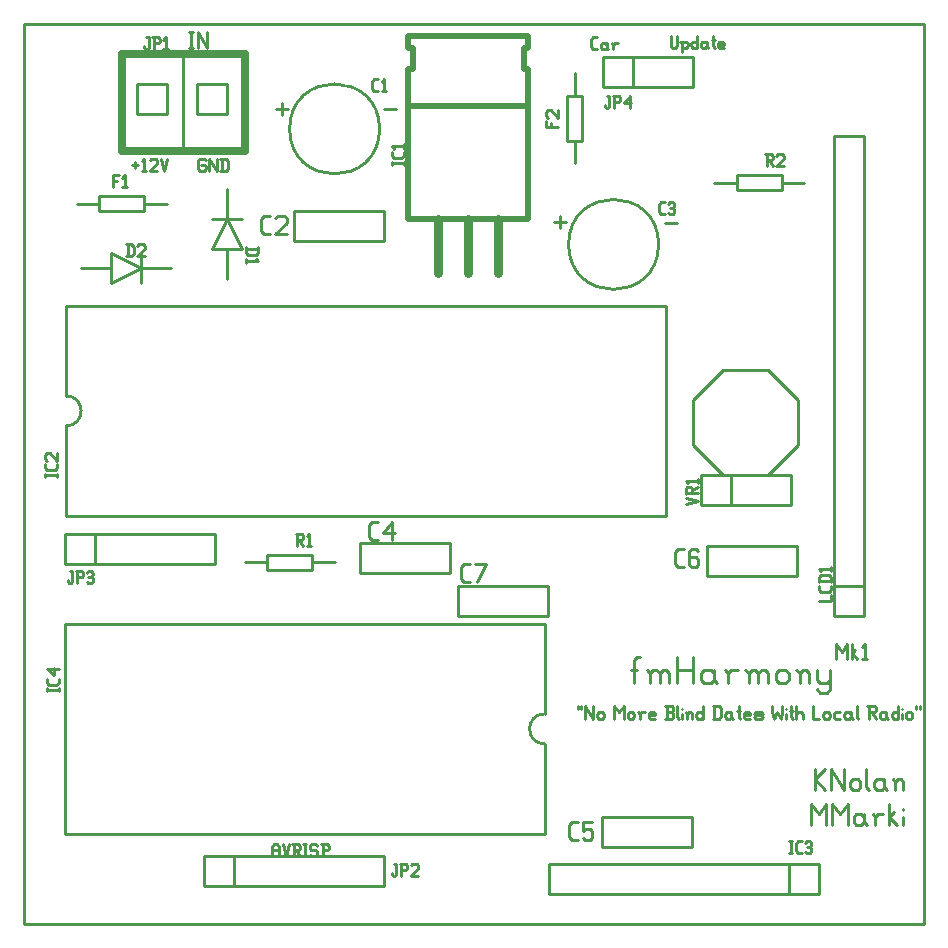
<source format=gbr>
G04 start of page 8 for group -4079 idx -4079 *
G04 Title: (unknown), topsilk *
G04 Creator: pcb 20110918 *
G04 CreationDate: Sun 05 Oct 2014 04:27:27 PM GMT UTC *
G04 For: kyle *
G04 Format: Gerber/RS-274X *
G04 PCB-Dimensions: 300000 300000 *
G04 PCB-Coordinate-Origin: lower left *
%MOIN*%
%FSLAX25Y25*%
%LNTOPSILK*%
%ADD426C,0.0200*%
%ADD425C,0.0300*%
%ADD424C,0.0250*%
%ADD423C,0.0100*%
G54D423*X0Y300000D02*Y0D01*
Y300000D02*X300000D01*
X0Y0D02*X300000D01*
Y300000D02*Y0D01*
G54D424*X73500Y290000D02*X32500D01*
G54D423*X53000D02*Y257500D01*
G54D424*X32500D02*X73500D01*
X32500Y290000D02*Y257500D01*
X73500D02*Y290000D01*
G54D423*X36000Y253000D02*X38000D01*
X37000Y254000D02*Y252000D01*
X39200Y254200D02*X40000Y255000D01*
Y251000D01*
X39200D02*X40700D01*
X41900Y254500D02*X42400Y255000D01*
X43900D01*
X44400Y254500D01*
Y253500D01*
X41900Y251000D02*X44400Y253500D01*
X41900Y251000D02*X44400D01*
X45600Y255000D02*X46600Y251000D01*
X47600Y255000D01*
X55000Y297200D02*X56300D01*
X55650D02*Y292000D01*
X55000D02*X56300D01*
X57860Y297200D02*Y292000D01*
Y297200D02*X61110Y292000D01*
Y297200D02*Y292000D01*
X60000Y255000D02*X60500Y254500D01*
X58500Y255000D02*X60000D01*
X58000Y254500D02*X58500Y255000D01*
X58000Y254500D02*Y251500D01*
X58500Y251000D01*
X60000D01*
X60500Y251500D01*
Y252500D02*Y251500D01*
X60000Y253000D02*X60500Y252500D01*
X59000Y253000D02*X60000D01*
X61700Y255000D02*Y251000D01*
Y255000D02*X64200Y251000D01*
Y255000D02*Y251000D01*
X65900Y255000D02*Y251000D01*
X67200Y255000D02*X67900Y254300D01*
Y251700D01*
X67200Y251000D02*X67900Y251700D01*
X65400Y251000D02*X67200D01*
X65400Y255000D02*X67200D01*
X84000Y271500D02*X88000D01*
X86000Y273500D02*Y269500D01*
X82500Y25500D02*Y22500D01*
Y25500D02*X83200Y26500D01*
X84300D01*
X85000Y25500D01*
Y22500D01*
X82500Y24500D02*X85000D01*
X86200Y26500D02*X87200Y22500D01*
X88200Y26500D01*
X89400D02*X91400D01*
X91900Y26000D01*
Y25000D01*
X91400Y24500D02*X91900Y25000D01*
X89900Y24500D02*X91400D01*
X89900Y26500D02*Y22500D01*
X90700Y24500D02*X91900Y22500D01*
X93100Y26500D02*X94100D01*
X93600D02*Y22500D01*
X93100D02*X94100D01*
X97300Y26500D02*X97800Y26000D01*
X95800Y26500D02*X97300D01*
X95300Y26000D02*X95800Y26500D01*
X95300Y26000D02*Y25000D01*
X95800Y24500D01*
X97300D01*
X97800Y24000D01*
Y23000D01*
X97300Y22500D02*X97800Y23000D01*
X95800Y22500D02*X97300D01*
X95300Y23000D02*X95800Y22500D01*
X99500Y26500D02*Y22500D01*
X99000Y26500D02*X101000D01*
X101500Y26000D01*
Y25000D01*
X101000Y24500D02*X101500Y25000D01*
X99500Y24500D02*X101000D01*
X120000Y271500D02*X124000D01*
X176500Y234000D02*X180500D01*
X178500Y236000D02*Y232000D01*
X213500Y233500D02*X217500D01*
X215500Y296000D02*Y292500D01*
X216000Y292000D01*
X217000D01*
X217500Y292500D01*
Y296000D02*Y292500D01*
X219200Y293500D02*Y290500D01*
X218700Y294000D02*X219200Y293500D01*
X219700Y294000D01*
X220700D01*
X221200Y293500D01*
Y292500D01*
X220700Y292000D02*X221200Y292500D01*
X219700Y292000D02*X220700D01*
X219200Y292500D02*X219700Y292000D01*
X224400Y296000D02*Y292000D01*
X223900D02*X224400Y292500D01*
X222900Y292000D02*X223900D01*
X222400Y292500D02*X222900Y292000D01*
X222400Y293500D02*Y292500D01*
Y293500D02*X222900Y294000D01*
X223900D01*
X224400Y293500D01*
X227100Y294000D02*X227600Y293500D01*
X226100Y294000D02*X227100D01*
X225600Y293500D02*X226100Y294000D01*
X225600Y293500D02*Y292500D01*
X226100Y292000D01*
X227600Y294000D02*Y292500D01*
X228100Y292000D01*
X226100D02*X227100D01*
X227600Y292500D01*
X229800Y296000D02*Y292500D01*
X230300Y292000D01*
X229300Y294500D02*X230300D01*
X231800Y292000D02*X233300D01*
X231300Y292500D02*X231800Y292000D01*
X231300Y293500D02*Y292500D01*
Y293500D02*X231800Y294000D01*
X232800D01*
X233300Y293500D01*
X231300Y293000D02*X233300D01*
Y293500D02*Y293000D01*
X189700Y291500D02*X191000D01*
X189000Y292200D02*X189700Y291500D01*
X189000Y294800D02*Y292200D01*
Y294800D02*X189700Y295500D01*
X191000D01*
X193700Y293500D02*X194200Y293000D01*
X192700Y293500D02*X193700D01*
X192200Y293000D02*X192700Y293500D01*
X192200Y293000D02*Y292000D01*
X192700Y291500D01*
X194200Y293500D02*Y292000D01*
X194700Y291500D01*
X192700D02*X193700D01*
X194200Y292000D01*
X196400Y293000D02*Y291500D01*
Y293000D02*X196900Y293500D01*
X197900D01*
X195900D02*X196400Y293000D01*
X262282Y39923D02*Y33123D01*
Y39923D02*X264832Y36523D01*
X267382Y39923D01*
Y33123D01*
X269422Y39923D02*Y33123D01*
Y39923D02*X271972Y36523D01*
X274522Y39923D01*
Y33123D01*
X279112Y36523D02*X279962Y35673D01*
X277412Y36523D02*X279112D01*
X276562Y35673D02*X277412Y36523D01*
X276562Y35673D02*Y33973D01*
X277412Y33123D01*
X279962Y36523D02*Y33973D01*
X280812Y33123D01*
X277412D02*X279112D01*
X279962Y33973D01*
X283702Y35673D02*Y33123D01*
Y35673D02*X284552Y36523D01*
X286252D01*
X282852D02*X283702Y35673D01*
X288292Y39923D02*Y33123D01*
Y35673D02*X290842Y33123D01*
X288292Y35673D02*X289992Y37373D01*
X292882Y38223D02*Y38053D01*
Y35673D02*Y33123D01*
X263595Y51549D02*Y44749D01*
Y48149D02*X266995Y51549D01*
X263595Y48149D02*X266995Y44749D01*
X269035Y51549D02*Y44749D01*
Y51549D02*X273285Y44749D01*
Y51549D02*Y44749D01*
X275325Y47299D02*Y45599D01*
Y47299D02*X276175Y48149D01*
X277875D01*
X278725Y47299D01*
Y45599D01*
X277875Y44749D02*X278725Y45599D01*
X276175Y44749D02*X277875D01*
X275325Y45599D02*X276175Y44749D01*
X280765Y51549D02*Y45599D01*
X281615Y44749D01*
X285865Y48149D02*X286715Y47299D01*
X284165Y48149D02*X285865D01*
X283315Y47299D02*X284165Y48149D01*
X283315Y47299D02*Y45599D01*
X284165Y44749D01*
X286715Y48149D02*Y45599D01*
X287565Y44749D01*
X284165D02*X285865D01*
X286715Y45599D01*
X290455Y47299D02*Y44749D01*
Y47299D02*X291305Y48149D01*
X292155D01*
X293005Y47299D01*
Y44749D01*
X289605Y48149D02*X290455Y47299D01*
X270620Y93268D02*Y88268D01*
Y93268D02*X272495Y90768D01*
X274370Y93268D01*
Y88268D01*
X275870Y93268D02*Y88268D01*
Y90143D02*X277745Y88268D01*
X275870Y90143D02*X277120Y91393D01*
X279245Y92268D02*X280245Y93268D01*
Y88268D01*
X279245D02*X281120D01*
X203244Y87852D02*Y80327D01*
Y87852D02*X204319Y88927D01*
X205394D01*
X202169Y84627D02*X204319D01*
X208619Y83552D02*Y80327D01*
Y83552D02*X209694Y84627D01*
X210769D01*
X211844Y83552D01*
Y80327D01*
Y83552D02*X212919Y84627D01*
X213994D01*
X215069Y83552D01*
Y80327D01*
X207544Y84627D02*X208619Y83552D01*
X217649Y88927D02*Y80327D01*
X223024Y88927D02*Y80327D01*
X217649Y84627D02*X223024D01*
X228829D02*X229904Y83552D01*
X226679Y84627D02*X228829D01*
X225604Y83552D02*X226679Y84627D01*
X225604Y83552D02*Y81402D01*
X226679Y80327D01*
X229904Y84627D02*Y81402D01*
X230979Y80327D01*
X226679D02*X228829D01*
X229904Y81402D01*
X234634Y83552D02*Y80327D01*
Y83552D02*X235709Y84627D01*
X237859D01*
X233559D02*X234634Y83552D01*
X241514D02*Y80327D01*
Y83552D02*X242589Y84627D01*
X243664D01*
X244739Y83552D01*
Y80327D01*
Y83552D02*X245814Y84627D01*
X246889D01*
X247964Y83552D01*
Y80327D01*
X240439Y84627D02*X241514Y83552D01*
X250544D02*Y81402D01*
Y83552D02*X251619Y84627D01*
X253769D01*
X254844Y83552D01*
Y81402D01*
X253769Y80327D02*X254844Y81402D01*
X251619Y80327D02*X253769D01*
X250544Y81402D02*X251619Y80327D01*
X258499Y83552D02*Y80327D01*
Y83552D02*X259574Y84627D01*
X260649D01*
X261724Y83552D01*
Y80327D01*
X257424Y84627D02*X258499Y83552D01*
X264304Y84627D02*Y81402D01*
X265379Y80327D01*
X268604Y84627D02*Y78177D01*
X267529Y77102D02*X268604Y78177D01*
X265379Y77102D02*X267529D01*
X264304Y78177D02*X265379Y77102D01*
Y80327D02*X267529D01*
X268604Y81402D01*
X184540Y72785D02*Y71685D01*
X185640Y72785D02*Y71685D01*
X186960Y72785D02*Y68385D01*
Y72785D02*X189710Y68385D01*
Y72785D02*Y68385D01*
X191030Y70035D02*Y68935D01*
Y70035D02*X191580Y70585D01*
X192680D01*
X193230Y70035D01*
Y68935D01*
X192680Y68385D02*X193230Y68935D01*
X191580Y68385D02*X192680D01*
X191030Y68935D02*X191580Y68385D01*
X196530Y72785D02*Y68385D01*
Y72785D02*X198180Y70585D01*
X199830Y72785D01*
Y68385D01*
X201150Y70035D02*Y68935D01*
Y70035D02*X201700Y70585D01*
X202800D01*
X203350Y70035D01*
Y68935D01*
X202800Y68385D02*X203350Y68935D01*
X201700Y68385D02*X202800D01*
X201150Y68935D02*X201700Y68385D01*
X205220Y70035D02*Y68385D01*
Y70035D02*X205770Y70585D01*
X206870D01*
X204670D02*X205220Y70035D01*
X208740Y68385D02*X210390D01*
X208190Y68935D02*X208740Y68385D01*
X208190Y70035D02*Y68935D01*
Y70035D02*X208740Y70585D01*
X209840D01*
X210390Y70035D01*
X208190Y69485D02*X210390D01*
Y70035D02*Y69485D01*
X213690Y68385D02*X215890D01*
X216440Y68935D01*
Y70255D02*Y68935D01*
X215890Y70805D02*X216440Y70255D01*
X214240Y70805D02*X215890D01*
X214240Y72785D02*Y68385D01*
X213690Y72785D02*X215890D01*
X216440Y72235D01*
Y71355D01*
X215890Y70805D02*X216440Y71355D01*
X217760Y72785D02*Y68935D01*
X218310Y68385D01*
X219410Y71685D02*Y71575D01*
Y70035D02*Y68385D01*
X221060Y70035D02*Y68385D01*
Y70035D02*X221610Y70585D01*
X222160D01*
X222710Y70035D01*
Y68385D01*
X220510Y70585D02*X221060Y70035D01*
X226230Y72785D02*Y68385D01*
X225680D02*X226230Y68935D01*
X224580Y68385D02*X225680D01*
X224030Y68935D02*X224580Y68385D01*
X224030Y70035D02*Y68935D01*
Y70035D02*X224580Y70585D01*
X225680D01*
X226230Y70035D01*
X230080Y72785D02*Y68385D01*
X231510Y72785D02*X232280Y72015D01*
Y69155D01*
X231510Y68385D02*X232280Y69155D01*
X229530Y68385D02*X231510D01*
X229530Y72785D02*X231510D01*
X235250Y70585D02*X235800Y70035D01*
X234150Y70585D02*X235250D01*
X233600Y70035D02*X234150Y70585D01*
X233600Y70035D02*Y68935D01*
X234150Y68385D01*
X235800Y70585D02*Y68935D01*
X236350Y68385D01*
X234150D02*X235250D01*
X235800Y68935D01*
X238220Y72785D02*Y68935D01*
X238770Y68385D01*
X237670Y71135D02*X238770D01*
X240420Y68385D02*X242070D01*
X239870Y68935D02*X240420Y68385D01*
X239870Y70035D02*Y68935D01*
Y70035D02*X240420Y70585D01*
X241520D01*
X242070Y70035D01*
X239870Y69485D02*X242070D01*
Y70035D02*Y69485D01*
X243940Y68385D02*X245590D01*
X246140Y68935D01*
X245590Y69485D02*X246140Y68935D01*
X243940Y69485D02*X245590D01*
X243390Y70035D02*X243940Y69485D01*
X243390Y70035D02*X243940Y70585D01*
X245590D01*
X246140Y70035D01*
X243390Y68935D02*X243940Y68385D01*
X249440Y72785D02*Y70585D01*
X249990Y68385D01*
X251090Y70585D01*
X252190Y68385D01*
X252740Y70585D01*
Y72785D02*Y70585D01*
X254060Y71685D02*Y71575D01*
Y70035D02*Y68385D01*
X255710Y72785D02*Y68935D01*
X256260Y68385D01*
X255160Y71135D02*X256260D01*
X257360Y72785D02*Y68385D01*
Y70035D02*X257910Y70585D01*
X259010D01*
X259560Y70035D01*
Y68385D01*
X262860Y72785D02*Y68385D01*
X265060D01*
X266380Y70035D02*Y68935D01*
Y70035D02*X266930Y70585D01*
X268030D01*
X268580Y70035D01*
Y68935D01*
X268030Y68385D02*X268580Y68935D01*
X266930Y68385D02*X268030D01*
X266380Y68935D02*X266930Y68385D01*
X270450Y70585D02*X272100D01*
X269900Y70035D02*X270450Y70585D01*
X269900Y70035D02*Y68935D01*
X270450Y68385D01*
X272100D01*
X275070Y70585D02*X275620Y70035D01*
X273970Y70585D02*X275070D01*
X273420Y70035D02*X273970Y70585D01*
X273420Y70035D02*Y68935D01*
X273970Y68385D01*
X275620Y70585D02*Y68935D01*
X276170Y68385D01*
X273970D02*X275070D01*
X275620Y68935D01*
X277490Y72785D02*Y68935D01*
X278040Y68385D01*
X281120Y72785D02*X283320D01*
X283870Y72235D01*
Y71135D01*
X283320Y70585D02*X283870Y71135D01*
X281670Y70585D02*X283320D01*
X281670Y72785D02*Y68385D01*
X282550Y70585D02*X283870Y68385D01*
X286840Y70585D02*X287390Y70035D01*
X285740Y70585D02*X286840D01*
X285190Y70035D02*X285740Y70585D01*
X285190Y70035D02*Y68935D01*
X285740Y68385D01*
X287390Y70585D02*Y68935D01*
X287940Y68385D01*
X285740D02*X286840D01*
X287390Y68935D01*
X291460Y72785D02*Y68385D01*
X290910D02*X291460Y68935D01*
X289810Y68385D02*X290910D01*
X289260Y68935D02*X289810Y68385D01*
X289260Y70035D02*Y68935D01*
Y70035D02*X289810Y70585D01*
X290910D01*
X291460Y70035D01*
X292780Y71685D02*Y71575D01*
Y70035D02*Y68385D01*
X293880Y70035D02*Y68935D01*
Y70035D02*X294430Y70585D01*
X295530D01*
X296080Y70035D01*
Y68935D01*
X295530Y68385D02*X296080Y68935D01*
X294430Y68385D02*X295530D01*
X293880Y68935D02*X294430Y68385D01*
X297400Y72785D02*Y71685D01*
X298500Y72785D02*Y71685D01*
X14000Y136000D02*X214000D01*
Y206000D02*Y136000D01*
X14000Y206000D02*X214000D01*
X14000Y166000D02*Y136000D01*
Y206000D02*Y176000D01*
Y166000D02*G75*G03X14000Y176000I0J5000D01*G01*
G54D425*X138000Y217000D02*Y235000D01*
X148000Y217000D02*Y235000D01*
X158000Y217000D02*Y235000D01*
G54D426*X128000D02*X168000D01*
Y272500D01*
X128000D01*
Y235000D01*
Y272500D02*X168000D01*
Y285000D01*
X166500D01*
Y292000D01*
X168000D01*
Y296000D01*
X128000D01*
Y292000D01*
X129500D01*
Y285000D01*
X128000D01*
Y272500D01*
G54D423*X17500Y240000D02*X25000D01*
X40000D02*X47500D01*
X25000Y242500D02*X40000D01*
Y237500D01*
X25000D02*X40000D01*
X25000Y242500D02*Y237500D01*
X88500Y265000D02*G75*G03X88500Y265000I15000J0D01*G01*
X39000Y218500D02*X49000D01*
X19000D02*X29000D01*
X39000D02*X29000Y213500D01*
Y223500D02*Y213500D01*
Y223500D02*X39000Y218500D01*
Y223500D02*Y213500D01*
X67500Y245000D02*Y235000D01*
Y225000D02*Y215000D01*
Y235000D02*X72500Y225000D01*
X62500D02*X72500D01*
X62500D02*X67500Y235000D01*
X62500D02*X72500D01*
X37500Y280000D02*Y270000D01*
X47500D01*
Y280000D01*
X37500D01*
Y270000D02*X47500D01*
Y280000D01*
X57500D02*Y270000D01*
X67500D01*
Y280000D01*
X57500D01*
Y270000D02*X67500D01*
Y280000D01*
X120000Y227500D02*Y237500D01*
X90000D01*
Y227500D01*
X120000D01*
X230000Y247000D02*X237500D01*
X252500D02*X260000D01*
X237500Y249500D02*X252500D01*
Y244500D01*
X237500D02*X252500D01*
X237500Y249500D02*Y244500D01*
X258000Y159500D02*X248000Y149500D01*
X258000Y174500D02*Y159500D01*
X248000Y184500D02*X258000Y174500D01*
X233000Y184500D02*X248000D01*
X223000Y174500D02*X233000Y184500D01*
X223000Y174500D02*Y159500D01*
X233000Y149500D02*X223000Y159500D01*
X225500Y149500D02*X235500D01*
Y139500D01*
X225500Y149500D02*Y139500D01*
Y149500D02*X255500D01*
Y139500D01*
X225500D02*X255500D01*
X183500Y261000D02*Y253500D01*
Y283500D02*Y276000D01*
X181000D02*Y261000D01*
Y276000D02*X186000D01*
Y261000D01*
X181000D02*X186000D01*
X181500Y226500D02*G75*G03X181500Y226500I15000J0D01*G01*
X257500Y116000D02*Y126000D01*
X227500D01*
Y116000D01*
X257500D01*
X73500Y120500D02*X81000D01*
X96000D02*X103500D01*
X81000Y123000D02*X96000D01*
Y118000D01*
X81000D02*X96000D01*
X81000Y123000D02*Y118000D01*
X13500Y100000D02*X173500D01*
X13500D02*Y30000D01*
X173500D01*
Y100000D02*Y70000D01*
Y60000D02*Y30000D01*
Y70000D02*G75*G03X173500Y60000I0J-5000D01*G01*
X13500Y120000D02*X63500D01*
Y130000D02*Y120000D01*
X13500Y130000D02*X63500D01*
X13500D02*Y120000D01*
X23500Y130000D02*Y120000D01*
X13500Y130000D02*X23500D01*
X174500Y102500D02*Y112500D01*
X144500D01*
Y102500D01*
X174500D01*
X142000Y117000D02*Y127000D01*
X112000D01*
Y117000D01*
X142000D01*
X280000Y262500D02*Y102500D01*
X270000Y262500D02*X280000D01*
X270000D02*Y102500D01*
X280000D01*
X270000Y112500D02*X280000D01*
X270000D02*Y102500D01*
X175000Y20000D02*X265000D01*
X175000D02*Y10000D01*
X265000D01*
Y20000D02*Y10000D01*
X255000Y20000D02*Y10000D01*
X265000D01*
X60000Y12500D02*X120000D01*
Y22500D02*Y12500D01*
X60000Y22500D02*X120000D01*
X60000D02*Y12500D01*
X70000Y22500D02*Y12500D01*
X60000Y22500D02*X70000D01*
X222500Y25500D02*Y35500D01*
X192500D01*
Y25500D01*
X222500D01*
X193000Y279000D02*X223000D01*
Y289000D02*Y279000D01*
X193000Y289000D02*X223000D01*
X193000D02*Y279000D01*
X203000Y289000D02*Y279000D01*
X193000Y289000D02*X203000D01*
X7000Y150000D02*Y149000D01*
Y149500D02*X11000D01*
Y150000D02*Y149000D01*
Y153200D02*Y151900D01*
X10300Y151200D02*X11000Y151900D01*
X7700Y151200D02*X10300D01*
X7700D02*X7000Y151900D01*
Y153200D02*Y151900D01*
X7500Y154400D02*X7000Y154900D01*
Y156400D02*Y154900D01*
Y156400D02*X7500Y156900D01*
X8500D01*
X11000Y154400D02*X8500Y156900D01*
X11000D02*Y154400D01*
X29500Y249500D02*Y245500D01*
Y249500D02*X31500D01*
X29500Y247700D02*X31000D01*
X32700Y248700D02*X33500Y249500D01*
Y245500D01*
X32700D02*X34200D01*
X7500Y78500D02*Y77500D01*
Y78000D02*X11500D01*
Y78500D02*Y77500D01*
Y81700D02*Y80400D01*
X10800Y79700D02*X11500Y80400D01*
X8200Y79700D02*X10800D01*
X8200D02*X7500Y80400D01*
Y81700D02*Y80400D01*
X10000Y82900D02*X7500Y84900D01*
X10000Y85400D02*Y82900D01*
X7500Y84900D02*X11500D01*
X15200Y117500D02*X16000D01*
Y114000D01*
X15500Y113500D02*X16000Y114000D01*
X15000Y113500D02*X15500D01*
X14500Y114000D02*X15000Y113500D01*
X14500Y114500D02*Y114000D01*
X17700Y117500D02*Y113500D01*
X17200Y117500D02*X19200D01*
X19700Y117000D01*
Y116000D01*
X19200Y115500D02*X19700Y116000D01*
X17700Y115500D02*X19200D01*
X20900Y117000D02*X21400Y117500D01*
X22400D01*
X22900Y117000D01*
X22400Y113500D02*X22900Y114000D01*
X21400Y113500D02*X22400D01*
X20900Y114000D02*X21400Y113500D01*
Y115700D02*X22400D01*
X22900Y117000D02*Y116200D01*
Y115200D02*Y114000D01*
Y115200D02*X22400Y115700D01*
X22900Y116200D02*X22400Y115700D01*
X34500Y226500D02*Y222500D01*
X35800Y226500D02*X36500Y225800D01*
Y223200D01*
X35800Y222500D02*X36500Y223200D01*
X34000Y222500D02*X35800D01*
X34000Y226500D02*X35800D01*
X37700Y226000D02*X38200Y226500D01*
X39700D01*
X40200Y226000D01*
Y225000D01*
X37700Y222500D02*X40200Y225000D01*
X37700Y222500D02*X40200D01*
X80050Y229900D02*X82000D01*
X79000Y230950D02*X80050Y229900D01*
X79000Y234850D02*Y230950D01*
Y234850D02*X80050Y235900D01*
X82000D01*
X83800Y235150D02*X84550Y235900D01*
X86800D01*
X87550Y235150D01*
Y233650D01*
X83800Y229900D02*X87550Y233650D01*
X83800Y229900D02*X87550D01*
X90500Y130000D02*X92500D01*
X93000Y129500D01*
Y128500D01*
X92500Y128000D02*X93000Y128500D01*
X91000Y128000D02*X92500D01*
X91000Y130000D02*Y126000D01*
X91800Y128000D02*X93000Y126000D01*
X94200Y129200D02*X95000Y130000D01*
Y126000D01*
X94200D02*X95700D01*
X123200Y20000D02*X124000D01*
Y16500D01*
X123500Y16000D02*X124000Y16500D01*
X123000Y16000D02*X123500D01*
X122500Y16500D02*X123000Y16000D01*
X122500Y17000D02*Y16500D01*
X125700Y20000D02*Y16000D01*
X125200Y20000D02*X127200D01*
X127700Y19500D01*
Y18500D01*
X127200Y18000D02*X127700Y18500D01*
X125700Y18000D02*X127200D01*
X128900Y19500D02*X129400Y20000D01*
X130900D01*
X131400Y19500D01*
Y18500D01*
X128900Y16000D02*X131400Y18500D01*
X128900Y16000D02*X131400D01*
X116050Y127900D02*X118000D01*
X115000Y128950D02*X116050Y127900D01*
X115000Y132850D02*Y128950D01*
Y132850D02*X116050Y133900D01*
X118000D01*
X119800Y130150D02*X122800Y133900D01*
X119800Y130150D02*X123550D01*
X122800Y133900D02*Y127900D01*
X265000Y107500D02*X269000D01*
Y109500D02*Y107500D01*
Y112700D02*Y111400D01*
X268300Y110700D02*X269000Y111400D01*
X265700Y110700D02*X268300D01*
X265700D02*X265000Y111400D01*
Y112700D02*Y111400D01*
Y114400D02*X269000D01*
X265000Y115700D02*X265700Y116400D01*
X268300D01*
X269000Y115700D02*X268300Y116400D01*
X269000Y115700D02*Y113900D01*
X265000Y115700D02*Y113900D01*
X265800Y117600D02*X265000Y118400D01*
X269000D01*
Y119100D02*Y117600D01*
X255000Y27500D02*X256000D01*
X255500D02*Y23500D01*
X255000D02*X256000D01*
X257900D02*X259200D01*
X257200Y24200D02*X257900Y23500D01*
X257200Y26800D02*Y24200D01*
Y26800D02*X257900Y27500D01*
X259200D01*
X260400Y27000D02*X260900Y27500D01*
X261900D01*
X262400Y27000D01*
X261900Y23500D02*X262400Y24000D01*
X260900Y23500D02*X261900D01*
X260400Y24000D02*X260900Y23500D01*
Y25700D02*X261900D01*
X262400Y27000D02*Y26200D01*
Y25200D02*Y24000D01*
Y25200D02*X261900Y25700D01*
X262400Y26200D02*X261900Y25700D01*
X182550Y27900D02*X184500D01*
X181500Y28950D02*X182550Y27900D01*
X181500Y32850D02*Y28950D01*
Y32850D02*X182550Y33900D01*
X184500D01*
X186300D02*X189300D01*
X186300D02*Y30900D01*
X187050Y31650D01*
X188550D01*
X189300Y30900D01*
Y28650D01*
X188550Y27900D02*X189300Y28650D01*
X187050Y27900D02*X188550D01*
X186300Y28650D02*X187050Y27900D01*
X146550Y113900D02*X148500D01*
X145500Y114950D02*X146550Y113900D01*
X145500Y118850D02*Y114950D01*
Y118850D02*X146550Y119900D01*
X148500D01*
X151050Y113900D02*X154050Y119900D01*
X150300D02*X154050D01*
X247000Y256500D02*X249000D01*
X249500Y256000D01*
Y255000D01*
X249000Y254500D02*X249500Y255000D01*
X247500Y254500D02*X249000D01*
X247500Y256500D02*Y252500D01*
X248300Y254500D02*X249500Y252500D01*
X250700Y256000D02*X251200Y256500D01*
X252700D01*
X253200Y256000D01*
Y255000D01*
X250700Y252500D02*X253200Y255000D01*
X250700Y252500D02*X253200D01*
X174000Y265500D02*X178000D01*
X174000Y267500D02*Y265500D01*
X175800Y267000D02*Y265500D01*
X174500Y268700D02*X174000Y269200D01*
Y270700D02*Y269200D01*
Y270700D02*X174500Y271200D01*
X175500D01*
X178000Y268700D02*X175500Y271200D01*
X178000D02*Y268700D01*
X212200Y236500D02*X213500D01*
X211500Y237200D02*X212200Y236500D01*
X211500Y239800D02*Y237200D01*
Y239800D02*X212200Y240500D01*
X213500D01*
X214700Y240000D02*X215200Y240500D01*
X216200D01*
X216700Y240000D01*
X216200Y236500D02*X216700Y237000D01*
X215200Y236500D02*X216200D01*
X214700Y237000D02*X215200Y236500D01*
Y238700D02*X216200D01*
X216700Y240000D02*Y239200D01*
Y238200D02*Y237000D01*
Y238200D02*X216200Y238700D01*
X216700Y239200D02*X216200Y238700D01*
X116700Y277500D02*X118000D01*
X116000Y278200D02*X116700Y277500D01*
X116000Y280800D02*Y278200D01*
Y280800D02*X116700Y281500D01*
X118000D01*
X119200Y280700D02*X120000Y281500D01*
Y277500D01*
X119200D02*X120700D01*
X122500Y254000D02*Y253000D01*
Y253500D02*X126500D01*
Y254000D02*Y253000D01*
Y257200D02*Y255900D01*
X125800Y255200D02*X126500Y255900D01*
X123200Y255200D02*X125800D01*
X123200D02*X122500Y255900D01*
Y257200D02*Y255900D01*
X123300Y258400D02*X122500Y259200D01*
X126500D01*
Y259900D02*Y258400D01*
X194200Y276000D02*X195000D01*
Y272500D01*
X194500Y272000D02*X195000Y272500D01*
X194000Y272000D02*X194500D01*
X193500Y272500D02*X194000Y272000D01*
X193500Y273000D02*Y272500D01*
X196700Y276000D02*Y272000D01*
X196200Y276000D02*X198200D01*
X198700Y275500D01*
Y274500D01*
X198200Y274000D02*X198700Y274500D01*
X196700Y274000D02*X198200D01*
X199900Y273500D02*X201900Y276000D01*
X199900Y273500D02*X202400D01*
X201900Y276000D02*Y272000D01*
X74000Y225000D02*X78000D01*
Y223700D02*X77300Y223000D01*
X74700D02*X77300D01*
X74000Y223700D02*X74700Y223000D01*
X74000Y225500D02*Y223700D01*
X78000Y225500D02*Y223700D01*
X77200Y221800D02*X78000Y221000D01*
X74000D02*X78000D01*
X74000Y221800D02*Y220300D01*
X220500Y140000D02*X224500Y141000D01*
X220500Y142000D01*
Y145200D02*Y143200D01*
Y145200D02*X221000Y145700D01*
X222000D01*
X222500Y145200D02*X222000Y145700D01*
X222500Y145200D02*Y143700D01*
X220500D02*X224500D01*
X222500Y144500D02*X224500Y145700D01*
X221300Y146900D02*X220500Y147700D01*
X224500D01*
Y148400D02*Y146900D01*
X218050Y118900D02*X220000D01*
X217000Y119950D02*X218050Y118900D01*
X217000Y123850D02*Y119950D01*
Y123850D02*X218050Y124900D01*
X220000D01*
X224050D02*X224800Y124150D01*
X222550Y124900D02*X224050D01*
X221800Y124150D02*X222550Y124900D01*
X221800Y124150D02*Y119650D01*
X222550Y118900D01*
X224050Y122200D02*X224800Y121450D01*
X221800Y122200D02*X224050D01*
X222550Y118900D02*X224050D01*
X224800Y119650D01*
Y121450D02*Y119650D01*
X40700Y295500D02*X41500D01*
Y292000D01*
X41000Y291500D02*X41500Y292000D01*
X40500Y291500D02*X41000D01*
X40000Y292000D02*X40500Y291500D01*
X40000Y292500D02*Y292000D01*
X43200Y295500D02*Y291500D01*
X42700Y295500D02*X44700D01*
X45200Y295000D01*
Y294000D01*
X44700Y293500D02*X45200Y294000D01*
X43200Y293500D02*X44700D01*
X46400Y294700D02*X47200Y295500D01*
Y291500D01*
X46400D02*X47900D01*
M02*

</source>
